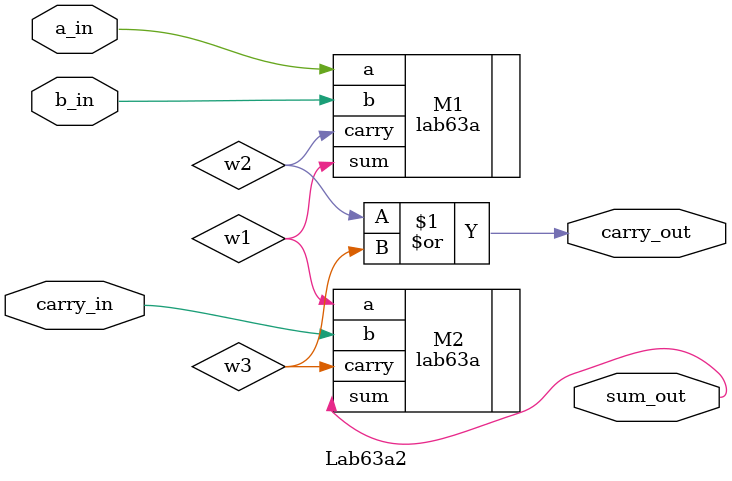
<source format=v>
`timescale 1ns / 1ps
module Lab63a2(output sum_out, carry_out, input a_in, b_in, carry_in );
wire w1, w2, w3;
lab63a M1 (.a(a_in), .sum(w1), .b(b_in), .carry(w2));
lab63a M2 (.sum(sum_out), .b(carry_in), .carry(w3), .a(w1));
or (carry_out, w2, w3);
endmodule
</source>
